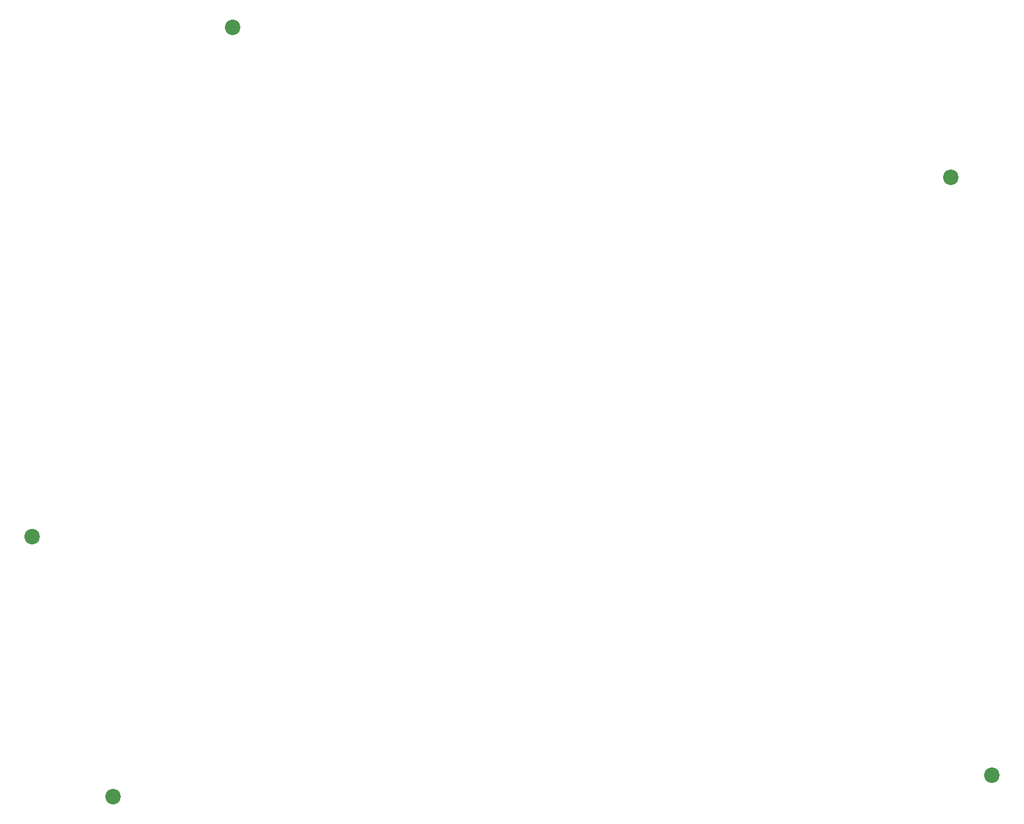
<source format=gbr>
G04 #@! TF.GenerationSoftware,KiCad,Pcbnew,9.0.6*
G04 #@! TF.CreationDate,2025-12-07T22:18:54+09:00*
G04 #@! TF.ProjectId,tarakkie_v1_light_bot2,74617261-6b6b-4696-955f-76315f6c6967,rev?*
G04 #@! TF.SameCoordinates,Original*
G04 #@! TF.FileFunction,Soldermask,Bot*
G04 #@! TF.FilePolarity,Negative*
%FSLAX46Y46*%
G04 Gerber Fmt 4.6, Leading zero omitted, Abs format (unit mm)*
G04 Created by KiCad (PCBNEW 9.0.6) date 2025-12-07 22:18:54*
%MOMM*%
%LPD*%
G01*
G04 APERTURE LIST*
%ADD10C,2.200000*%
G04 APERTURE END LIST*
D10*
X53000000Y-146500000D03*
X70000000Y-37000000D03*
X178060000Y-143440000D03*
X41500000Y-109500000D03*
X172200000Y-58340000D03*
M02*

</source>
